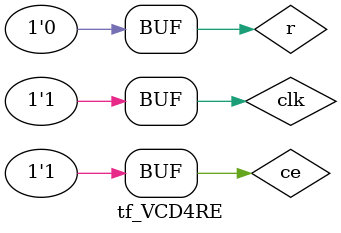
<source format=v>
`timescale 1ns / 1ps


module tf_VCD4RE;

	// Inputs
	reg ce;
	reg clk;
	reg r;

	// Outputs
	wire TC;
	wire CEO;
	wire [3:0] Q;

	// Instantiate the Unit Under Test (UUT)
	VCD4RE uut (
		.ce(ce), 
		.clk(clk), 
		.r(r), 
		.TC(TC), 
		.CEO(CEO), 
		.Q(Q)
	);

	//Ãåíðàòîð ïåðèîäè÷åêêîãî ñèãíàëà ñèíõðîíèçàöèè clk
	parameter Tclk=20; //Ïåðèîä ñèãíàëà ñèíõðîíèçàöèè 20 íñ
	always begin clk=0; #(Tclk/2); clk=1; #(Tclk/2); end

	initial begin
		// Initialize Inputs
		ce = 0;
		clk = 0;
		r = 0;

		// Wait 100 ns for global reset to finish
		#100;
		ce = 1;
		r = 0;
		clk = 0;
		
	#80; ce = 0;
	#20; ce = 1;
	
	#35; r = 1;
	#25; r = 0;
	#180; ce = 0;
	#5; ce = 1;

	end
      
endmodule


</source>
